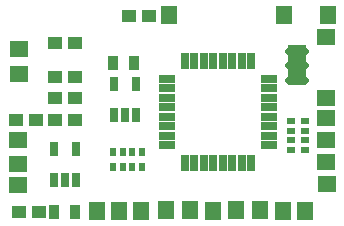
<source format=gts>
G75*
%MOIN*%
%OFA0B0*%
%FSLAX25Y25*%
%IPPOS*%
%LPD*%
%AMOC8*
5,1,8,0,0,1.08239X$1,22.5*
%
%ADD10R,0.04731X0.04337*%
%ADD11R,0.06400X0.05400*%
%ADD12R,0.05400X0.06400*%
%ADD13R,0.03550X0.05124*%
%ADD14R,0.02959X0.02369*%
%ADD15R,0.02369X0.02959*%
%ADD16R,0.02565X0.05124*%
%ADD17R,0.05400X0.02600*%
%ADD18R,0.02600X0.05400*%
%ADD19C,0.02172*%
%ADD20R,0.06040X0.13760*%
D10*
X0006487Y0008415D03*
X0013180Y0008415D03*
X0012000Y0039128D03*
X0018492Y0038927D03*
X0025185Y0038927D03*
X0025194Y0046298D03*
X0018501Y0046298D03*
X0018246Y0053419D03*
X0024939Y0053419D03*
X0025137Y0064831D03*
X0018444Y0064831D03*
X0042938Y0073725D03*
X0049631Y0073725D03*
X0005307Y0039128D03*
D11*
X0006190Y0032313D03*
X0005978Y0024470D03*
X0006190Y0017483D03*
X0006390Y0054431D03*
X0006390Y0062631D03*
X0108826Y0066699D03*
X0108646Y0046325D03*
X0108646Y0039702D03*
X0108646Y0032467D03*
X0108610Y0025139D03*
X0108907Y0017648D03*
D12*
X0101577Y0008922D03*
X0094361Y0008918D03*
X0086797Y0009033D03*
X0078775Y0009001D03*
X0071092Y0008837D03*
X0063451Y0009027D03*
X0055370Y0009027D03*
X0047039Y0008922D03*
X0039611Y0008754D03*
X0032269Y0008859D03*
X0056250Y0073972D03*
X0094677Y0073998D03*
X0109217Y0074112D03*
D13*
X0044779Y0058138D03*
X0037693Y0058138D03*
X0025140Y0008394D03*
X0018054Y0008394D03*
D14*
X0096893Y0029206D03*
X0096893Y0032356D03*
X0096893Y0035505D03*
X0096893Y0038655D03*
X0101815Y0038655D03*
X0101815Y0035505D03*
X0101815Y0032356D03*
X0101815Y0029206D03*
D15*
X0047299Y0028306D03*
X0044149Y0028306D03*
X0040999Y0028306D03*
X0037850Y0028306D03*
X0037850Y0023385D03*
X0040999Y0023385D03*
X0044149Y0023385D03*
X0047299Y0023385D03*
D16*
X0045359Y0040794D03*
X0041618Y0040794D03*
X0037878Y0040794D03*
X0037878Y0051031D03*
X0045359Y0051031D03*
X0025434Y0029420D03*
X0017954Y0029420D03*
X0017954Y0019183D03*
X0021694Y0019183D03*
X0025434Y0019183D03*
D17*
X0055849Y0030730D03*
X0055849Y0033880D03*
X0055849Y0037029D03*
X0055849Y0040179D03*
X0055849Y0043329D03*
X0055849Y0046478D03*
X0055849Y0049628D03*
X0055849Y0052777D03*
X0089649Y0052777D03*
X0089649Y0049628D03*
X0089649Y0046478D03*
X0089649Y0043329D03*
X0089649Y0040179D03*
X0089649Y0037029D03*
X0089649Y0033880D03*
X0089649Y0030730D03*
D18*
X0083772Y0024854D03*
X0080623Y0024854D03*
X0077473Y0024854D03*
X0074323Y0024854D03*
X0071174Y0024854D03*
X0068024Y0024854D03*
X0064875Y0024854D03*
X0061725Y0024854D03*
X0061725Y0058654D03*
X0064875Y0058654D03*
X0068024Y0058654D03*
X0071174Y0058654D03*
X0074323Y0058654D03*
X0077473Y0058654D03*
X0080623Y0058654D03*
X0083772Y0058654D03*
D19*
X0096029Y0057271D02*
X0101757Y0057271D01*
X0101757Y0052547D02*
X0096029Y0052547D01*
X0096029Y0061995D02*
X0101757Y0061995D01*
D20*
X0098903Y0057261D03*
M02*

</source>
